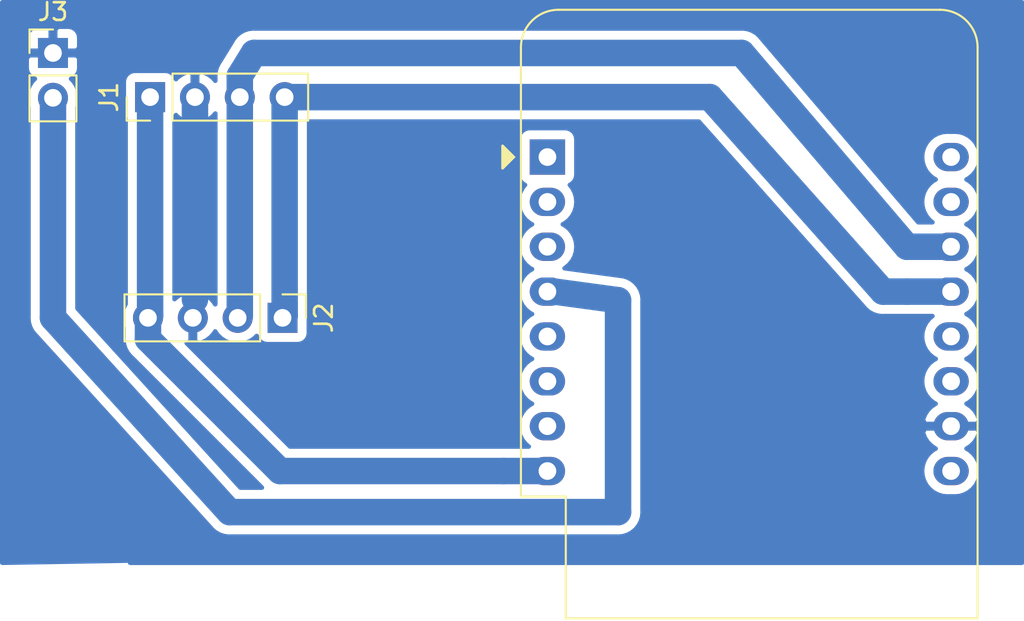
<source format=kicad_pcb>
(kicad_pcb (version 20171130) (host pcbnew "(5.1.5)-3")

  (general
    (thickness 1.6)
    (drawings 0)
    (tracks 33)
    (zones 0)
    (modules 4)
    (nets 6)
  )

  (page A4)
  (layers
    (0 F.Cu signal)
    (31 B.Cu signal)
    (32 B.Adhes user hide)
    (33 F.Adhes user hide)
    (34 B.Paste user hide)
    (35 F.Paste user hide)
    (36 B.SilkS user hide)
    (37 F.SilkS user hide)
    (38 B.Mask user hide)
    (39 F.Mask user hide)
    (40 Dwgs.User user hide)
    (41 Cmts.User user hide)
    (42 Eco1.User user hide)
    (43 Eco2.User user hide)
    (44 Edge.Cuts user hide)
    (45 Margin user hide)
    (46 B.CrtYd user hide)
    (47 F.CrtYd user hide)
    (48 B.Fab user hide)
    (49 F.Fab user hide)
  )

  (setup
    (last_trace_width 1.5)
    (trace_clearance 0.4)
    (zone_clearance 0.508)
    (zone_45_only no)
    (trace_min 0.2)
    (via_size 0.8)
    (via_drill 0.4)
    (via_min_size 0.4)
    (via_min_drill 0.3)
    (uvia_size 0.3)
    (uvia_drill 0.1)
    (uvias_allowed no)
    (uvia_min_size 0.2)
    (uvia_min_drill 0.1)
    (edge_width 0.05)
    (segment_width 0.2)
    (pcb_text_width 0.3)
    (pcb_text_size 1.5 1.5)
    (mod_edge_width 0.12)
    (mod_text_size 1 1)
    (mod_text_width 0.15)
    (pad_size 1.524 1.524)
    (pad_drill 0.762)
    (pad_to_mask_clearance 0.051)
    (solder_mask_min_width 0.25)
    (aux_axis_origin 0 0)
    (visible_elements 7FFFFFFF)
    (pcbplotparams
      (layerselection 0x00000_ffffffff)
      (usegerberextensions false)
      (usegerberattributes false)
      (usegerberadvancedattributes false)
      (creategerberjobfile false)
      (excludeedgelayer true)
      (linewidth 0.100000)
      (plotframeref false)
      (viasonmask false)
      (mode 1)
      (useauxorigin false)
      (hpglpennumber 1)
      (hpglpenspeed 20)
      (hpglpendiameter 15.000000)
      (psnegative false)
      (psa4output false)
      (plotreference true)
      (plotvalue true)
      (plotinvisibletext false)
      (padsonsilk false)
      (subtractmaskfromsilk false)
      (outputformat 1)
      (mirror false)
      (drillshape 0)
      (scaleselection 1)
      (outputdirectory "./"))
  )

  (net 0 "")
  (net 1 /VCC)
  (net 2 GND)
  (net 3 /SCL)
  (net 4 /SDA)
  (net 5 "Net-(J3-Pad2)")

  (net_class Default "This is the default net class."
    (clearance 0.4)
    (trace_width 1.5)
    (via_dia 0.8)
    (via_drill 0.4)
    (uvia_dia 0.3)
    (uvia_drill 0.1)
    (diff_pair_width 0.4)
    (diff_pair_gap 0.5)
    (add_net /SCL)
    (add_net /SDA)
    (add_net /VCC)
    (add_net GND)
    (add_net "Net-(J3-Pad2)")
  )

  (module Module:WEMOS_D1_mini_light (layer F.Cu) (tedit 5BBFB1CE) (tstamp 5EC76EB1)
    (at 165 40.894)
    (descr "16-pin module, column spacing 22.86 mm (900 mils), https://wiki.wemos.cc/products:d1:d1_mini, https://c1.staticflickr.com/1/734/31400410271_f278b087db_z.jpg")
    (tags "ESP8266 WiFi microcontroller")
    (path /5EC469FC)
    (fp_text reference U1 (at 22 27) (layer F.SilkS)
      (effects (font (size 1 1) (thickness 0.15)))
    )
    (fp_text value WeMos_D1_mini (at 11.7 0) (layer F.Fab)
      (effects (font (size 1 1) (thickness 0.15)))
    )
    (fp_line (start 1.04 26.12) (end 24.36 26.12) (layer F.SilkS) (width 0.12))
    (fp_line (start -1.5 19.22) (end -1.5 -6.21) (layer F.SilkS) (width 0.12))
    (fp_line (start 24.36 26.12) (end 24.36 -6.21) (layer F.SilkS) (width 0.12))
    (fp_line (start 22.24 -8.34) (end 0.63 -8.34) (layer F.SilkS) (width 0.12))
    (fp_line (start 1.17 25.99) (end 24.23 25.99) (layer F.Fab) (width 0.1))
    (fp_line (start 24.23 25.99) (end 24.23 -6.21) (layer F.Fab) (width 0.1))
    (fp_line (start 22.23 -8.21) (end 0.63 -8.21) (layer F.Fab) (width 0.1))
    (fp_line (start -1.37 1) (end -1.37 19.09) (layer F.Fab) (width 0.1))
    (fp_text user %R (at 11.43 10) (layer F.Fab)
      (effects (font (size 1 1) (thickness 0.15)))
    )
    (fp_line (start -1.62 -8.46) (end 24.48 -8.46) (layer F.CrtYd) (width 0.05))
    (fp_line (start 24.48 -8.41) (end 24.48 26.24) (layer F.CrtYd) (width 0.05))
    (fp_line (start 24.48 26.24) (end -1.62 26.24) (layer F.CrtYd) (width 0.05))
    (fp_line (start -1.62 26.24) (end -1.62 -8.46) (layer F.CrtYd) (width 0.05))
    (fp_poly (pts (xy -2.54 -0.635) (xy -2.54 0.635) (xy -1.905 0)) (layer F.SilkS) (width 0.15))
    (fp_line (start -1.35 -1.4) (end 24.25 -1.4) (layer Dwgs.User) (width 0.1))
    (fp_line (start 24.25 -1.4) (end 24.25 -8.2) (layer Dwgs.User) (width 0.1))
    (fp_line (start 24.25 -8.2) (end -1.35 -8.2) (layer Dwgs.User) (width 0.1))
    (fp_line (start -1.35 -8.2) (end -1.35 -1.4) (layer Dwgs.User) (width 0.1))
    (fp_line (start -1.35 -1.4) (end 5.45 -8.2) (layer Dwgs.User) (width 0.1))
    (fp_line (start 0.65 -1.4) (end 7.45 -8.2) (layer Dwgs.User) (width 0.1))
    (fp_line (start 2.65 -1.4) (end 9.45 -8.2) (layer Dwgs.User) (width 0.1))
    (fp_line (start 4.65 -1.4) (end 11.45 -8.2) (layer Dwgs.User) (width 0.1))
    (fp_line (start 6.65 -1.4) (end 13.45 -8.2) (layer Dwgs.User) (width 0.1))
    (fp_line (start 8.65 -1.4) (end 15.45 -8.2) (layer Dwgs.User) (width 0.1))
    (fp_line (start 10.65 -1.4) (end 17.45 -8.2) (layer Dwgs.User) (width 0.1))
    (fp_line (start 12.65 -1.4) (end 19.45 -8.2) (layer Dwgs.User) (width 0.1))
    (fp_line (start 14.65 -1.4) (end 21.45 -8.2) (layer Dwgs.User) (width 0.1))
    (fp_line (start 16.65 -1.4) (end 23.45 -8.2) (layer Dwgs.User) (width 0.1))
    (fp_line (start 18.65 -1.4) (end 24.25 -7) (layer Dwgs.User) (width 0.1))
    (fp_line (start 20.65 -1.4) (end 24.25 -5) (layer Dwgs.User) (width 0.1))
    (fp_line (start 22.65 -1.4) (end 24.25 -3) (layer Dwgs.User) (width 0.1))
    (fp_line (start -1.35 -3.4) (end 3.45 -8.2) (layer Dwgs.User) (width 0.1))
    (fp_line (start -1.3 -5.45) (end 1.45 -8.2) (layer Dwgs.User) (width 0.1))
    (fp_line (start -1.35 -7.4) (end -0.55 -8.2) (layer Dwgs.User) (width 0.1))
    (fp_line (start -1.37 19.09) (end 1.17 19.09) (layer F.Fab) (width 0.1))
    (fp_line (start 1.17 19.09) (end 1.17 25.99) (layer F.Fab) (width 0.1))
    (fp_line (start -1.37 -6.21) (end -1.37 -1) (layer F.Fab) (width 0.1))
    (fp_line (start -1.37 1) (end -0.37 0) (layer F.Fab) (width 0.1))
    (fp_line (start -0.37 0) (end -1.37 -1) (layer F.Fab) (width 0.1))
    (fp_arc (start 0.63 -6.21) (end 0.63 -8.21) (angle -90) (layer F.Fab) (width 0.1))
    (fp_arc (start 22.23 -6.21) (end 24.23 -6.19) (angle -90) (layer F.Fab) (width 0.1))
    (fp_line (start -1.5 19.22) (end 1.04 19.22) (layer F.SilkS) (width 0.12))
    (fp_line (start 1.04 19.22) (end 1.04 26.12) (layer F.SilkS) (width 0.12))
    (fp_arc (start 0.63 -6.21) (end 0.63 -8.34) (angle -90) (layer F.SilkS) (width 0.12))
    (fp_arc (start 22.23 -6.21) (end 24.36 -6.21) (angle -90) (layer F.SilkS) (width 0.12))
    (fp_text user "KEEP OUT" (at 11.43 -6.35) (layer Cmts.User)
      (effects (font (size 1 1) (thickness 0.15)))
    )
    (fp_text user "No copper" (at 11.43 -3.81) (layer Cmts.User)
      (effects (font (size 1 1) (thickness 0.15)))
    )
    (pad 2 thru_hole oval (at 0 2.54) (size 2 1.6) (drill 1) (layers *.Cu *.Mask))
    (pad 1 thru_hole rect (at 0 0) (size 2 2) (drill 1) (layers *.Cu *.Mask))
    (pad 3 thru_hole oval (at 0 5.08) (size 2 1.6) (drill 1) (layers *.Cu *.Mask))
    (pad 4 thru_hole oval (at 0 7.62) (size 2 1.6) (drill 1) (layers *.Cu *.Mask)
      (net 5 "Net-(J3-Pad2)"))
    (pad 5 thru_hole oval (at 0 10.16) (size 2 1.6) (drill 1) (layers *.Cu *.Mask))
    (pad 6 thru_hole oval (at 0 12.7) (size 2 1.6) (drill 1) (layers *.Cu *.Mask))
    (pad 7 thru_hole oval (at 0 15.24) (size 2 1.6) (drill 1) (layers *.Cu *.Mask))
    (pad 8 thru_hole oval (at 0 17.78) (size 2 1.6) (drill 1) (layers *.Cu *.Mask)
      (net 1 /VCC))
    (pad 9 thru_hole oval (at 22.86 17.78) (size 2 1.6) (drill 1) (layers *.Cu *.Mask))
    (pad 10 thru_hole oval (at 22.86 15.24) (size 2 1.6) (drill 1) (layers *.Cu *.Mask)
      (net 2 GND))
    (pad 11 thru_hole oval (at 22.86 12.7) (size 2 1.6) (drill 1) (layers *.Cu *.Mask))
    (pad 12 thru_hole oval (at 22.86 10.16) (size 2 1.6) (drill 1) (layers *.Cu *.Mask))
    (pad 13 thru_hole oval (at 22.86 7.62) (size 2 1.6) (drill 1) (layers *.Cu *.Mask)
      (net 4 /SDA))
    (pad 14 thru_hole oval (at 22.86 5.08) (size 2 1.6) (drill 1) (layers *.Cu *.Mask)
      (net 3 /SCL))
    (pad 15 thru_hole oval (at 22.86 2.54) (size 2 1.6) (drill 1) (layers *.Cu *.Mask))
    (pad 16 thru_hole oval (at 22.86 0) (size 2 1.6) (drill 1) (layers *.Cu *.Mask))
    (model ${KISYS3DMOD}/Module.3dshapes/WEMOS_D1_mini_light.wrl
      (at (xyz 0 0 0))
      (scale (xyz 1 1 1))
      (rotate (xyz 0 0 0))
    )
    (model ${KISYS3DMOD}/Connector_PinHeader_2.54mm.3dshapes/PinHeader_1x08_P2.54mm_Vertical.wrl
      (offset (xyz 0 0 9.5))
      (scale (xyz 1 1 1))
      (rotate (xyz 0 -180 0))
    )
    (model ${KISYS3DMOD}/Connector_PinHeader_2.54mm.3dshapes/PinHeader_1x08_P2.54mm_Vertical.wrl
      (offset (xyz 22.86 0 9.5))
      (scale (xyz 1 1 1))
      (rotate (xyz 0 -180 0))
    )
    (model ${KISYS3DMOD}/Connector_PinSocket_2.54mm.3dshapes/PinSocket_1x08_P2.54mm_Vertical.wrl
      (at (xyz 0 0 0))
      (scale (xyz 1 1 1))
      (rotate (xyz 0 0 0))
    )
    (model ${KISYS3DMOD}/Connector_PinSocket_2.54mm.3dshapes/PinSocket_1x08_P2.54mm_Vertical.wrl
      (offset (xyz 22.86 0 0))
      (scale (xyz 1 1 1))
      (rotate (xyz 0 0 0))
    )
  )

  (module Connector_PinHeader_2.54mm:PinHeader_1x04_P2.54mm_Vertical (layer F.Cu) (tedit 59FED5CC) (tstamp 5EC83A3C)
    (at 142.5 37.5 90)
    (descr "Through hole straight pin header, 1x04, 2.54mm pitch, single row")
    (tags "Through hole pin header THT 1x04 2.54mm single row")
    (path /5EC79029)
    (fp_text reference J1 (at 0 -2.33 90) (layer F.SilkS)
      (effects (font (size 1 1) (thickness 0.15)))
    )
    (fp_text value BME280 (at 0 9.95 90) (layer F.Fab)
      (effects (font (size 1 1) (thickness 0.15)))
    )
    (fp_line (start -0.635 -1.27) (end 1.27 -1.27) (layer F.Fab) (width 0.1))
    (fp_line (start 1.27 -1.27) (end 1.27 8.89) (layer F.Fab) (width 0.1))
    (fp_line (start 1.27 8.89) (end -1.27 8.89) (layer F.Fab) (width 0.1))
    (fp_line (start -1.27 8.89) (end -1.27 -0.635) (layer F.Fab) (width 0.1))
    (fp_line (start -1.27 -0.635) (end -0.635 -1.27) (layer F.Fab) (width 0.1))
    (fp_line (start -1.33 8.95) (end 1.33 8.95) (layer F.SilkS) (width 0.12))
    (fp_line (start -1.33 1.27) (end -1.33 8.95) (layer F.SilkS) (width 0.12))
    (fp_line (start 1.33 1.27) (end 1.33 8.95) (layer F.SilkS) (width 0.12))
    (fp_line (start -1.33 1.27) (end 1.33 1.27) (layer F.SilkS) (width 0.12))
    (fp_line (start -1.33 0) (end -1.33 -1.33) (layer F.SilkS) (width 0.12))
    (fp_line (start -1.33 -1.33) (end 0 -1.33) (layer F.SilkS) (width 0.12))
    (fp_line (start -1.8 -1.8) (end -1.8 9.4) (layer F.CrtYd) (width 0.05))
    (fp_line (start -1.8 9.4) (end 1.8 9.4) (layer F.CrtYd) (width 0.05))
    (fp_line (start 1.8 9.4) (end 1.8 -1.8) (layer F.CrtYd) (width 0.05))
    (fp_line (start 1.8 -1.8) (end -1.8 -1.8) (layer F.CrtYd) (width 0.05))
    (fp_text user %R (at 0 3.81) (layer F.Fab)
      (effects (font (size 1 1) (thickness 0.15)))
    )
    (pad 1 thru_hole rect (at 0 0 90) (size 1.7 1.7) (drill 1) (layers *.Cu *.Mask)
      (net 1 /VCC))
    (pad 2 thru_hole oval (at 0 2.54 90) (size 1.7 1.7) (drill 1) (layers *.Cu *.Mask)
      (net 2 GND))
    (pad 3 thru_hole oval (at 0 5.08 90) (size 1.7 1.7) (drill 1) (layers *.Cu *.Mask)
      (net 3 /SCL))
    (pad 4 thru_hole oval (at 0 7.62 90) (size 1.7 1.7) (drill 1) (layers *.Cu *.Mask)
      (net 4 /SDA))
    (model ${KISYS3DMOD}/Connector_PinHeader_2.54mm.3dshapes/PinHeader_1x04_P2.54mm_Vertical.wrl
      (at (xyz 0 0 0))
      (scale (xyz 1 1 1))
      (rotate (xyz 0 0 0))
    )
  )

  (module Connector_PinHeader_2.54mm:PinHeader_1x04_P2.54mm_Vertical (layer F.Cu) (tedit 59FED5CC) (tstamp 5EC83A53)
    (at 150 50 270)
    (descr "Through hole straight pin header, 1x04, 2.54mm pitch, single row")
    (tags "Through hole pin header THT 1x04 2.54mm single row")
    (path /5EC795CB)
    (fp_text reference J2 (at 0 -2.33 90) (layer F.SilkS)
      (effects (font (size 1 1) (thickness 0.15)))
    )
    (fp_text value OLED (at 0 9.95 90) (layer F.Fab)
      (effects (font (size 1 1) (thickness 0.15)))
    )
    (fp_text user %R (at 0 3.81) (layer F.Fab)
      (effects (font (size 1 1) (thickness 0.15)))
    )
    (fp_line (start 1.8 -1.8) (end -1.8 -1.8) (layer F.CrtYd) (width 0.05))
    (fp_line (start 1.8 9.4) (end 1.8 -1.8) (layer F.CrtYd) (width 0.05))
    (fp_line (start -1.8 9.4) (end 1.8 9.4) (layer F.CrtYd) (width 0.05))
    (fp_line (start -1.8 -1.8) (end -1.8 9.4) (layer F.CrtYd) (width 0.05))
    (fp_line (start -1.33 -1.33) (end 0 -1.33) (layer F.SilkS) (width 0.12))
    (fp_line (start -1.33 0) (end -1.33 -1.33) (layer F.SilkS) (width 0.12))
    (fp_line (start -1.33 1.27) (end 1.33 1.27) (layer F.SilkS) (width 0.12))
    (fp_line (start 1.33 1.27) (end 1.33 8.95) (layer F.SilkS) (width 0.12))
    (fp_line (start -1.33 1.27) (end -1.33 8.95) (layer F.SilkS) (width 0.12))
    (fp_line (start -1.33 8.95) (end 1.33 8.95) (layer F.SilkS) (width 0.12))
    (fp_line (start -1.27 -0.635) (end -0.635 -1.27) (layer F.Fab) (width 0.1))
    (fp_line (start -1.27 8.89) (end -1.27 -0.635) (layer F.Fab) (width 0.1))
    (fp_line (start 1.27 8.89) (end -1.27 8.89) (layer F.Fab) (width 0.1))
    (fp_line (start 1.27 -1.27) (end 1.27 8.89) (layer F.Fab) (width 0.1))
    (fp_line (start -0.635 -1.27) (end 1.27 -1.27) (layer F.Fab) (width 0.1))
    (pad 4 thru_hole oval (at 0 7.62 270) (size 1.7 1.7) (drill 1) (layers *.Cu *.Mask)
      (net 1 /VCC))
    (pad 3 thru_hole oval (at 0 5.08 270) (size 1.7 1.7) (drill 1) (layers *.Cu *.Mask)
      (net 2 GND))
    (pad 2 thru_hole oval (at 0 2.54 270) (size 1.7 1.7) (drill 1) (layers *.Cu *.Mask)
      (net 3 /SCL))
    (pad 1 thru_hole rect (at 0 0 270) (size 1.7 1.7) (drill 1) (layers *.Cu *.Mask)
      (net 4 /SDA))
    (model ${KISYS3DMOD}/Connector_PinHeader_2.54mm.3dshapes/PinHeader_1x04_P2.54mm_Vertical.wrl
      (at (xyz 0 0 0))
      (scale (xyz 1 1 1))
      (rotate (xyz 0 0 0))
    )
  )

  (module Connector_PinHeader_2.54mm:PinHeader_1x02_P2.54mm_Vertical (layer F.Cu) (tedit 59FED5CC) (tstamp 5EC83A7F)
    (at 137 35)
    (descr "Through hole straight pin header, 1x02, 2.54mm pitch, single row")
    (tags "Through hole pin header THT 1x02 2.54mm single row")
    (path /5EC80291)
    (fp_text reference J3 (at 0 -2.33) (layer F.SilkS)
      (effects (font (size 1 1) (thickness 0.15)))
    )
    (fp_text value Relay_Connector (at 0 4.87) (layer F.Fab)
      (effects (font (size 1 1) (thickness 0.15)))
    )
    (fp_line (start -0.635 -1.27) (end 1.27 -1.27) (layer F.Fab) (width 0.1))
    (fp_line (start 1.27 -1.27) (end 1.27 3.81) (layer F.Fab) (width 0.1))
    (fp_line (start 1.27 3.81) (end -1.27 3.81) (layer F.Fab) (width 0.1))
    (fp_line (start -1.27 3.81) (end -1.27 -0.635) (layer F.Fab) (width 0.1))
    (fp_line (start -1.27 -0.635) (end -0.635 -1.27) (layer F.Fab) (width 0.1))
    (fp_line (start -1.33 3.87) (end 1.33 3.87) (layer F.SilkS) (width 0.12))
    (fp_line (start -1.33 1.27) (end -1.33 3.87) (layer F.SilkS) (width 0.12))
    (fp_line (start 1.33 1.27) (end 1.33 3.87) (layer F.SilkS) (width 0.12))
    (fp_line (start -1.33 1.27) (end 1.33 1.27) (layer F.SilkS) (width 0.12))
    (fp_line (start -1.33 0) (end -1.33 -1.33) (layer F.SilkS) (width 0.12))
    (fp_line (start -1.33 -1.33) (end 0 -1.33) (layer F.SilkS) (width 0.12))
    (fp_line (start -1.8 -1.8) (end -1.8 4.35) (layer F.CrtYd) (width 0.05))
    (fp_line (start -1.8 4.35) (end 1.8 4.35) (layer F.CrtYd) (width 0.05))
    (fp_line (start 1.8 4.35) (end 1.8 -1.8) (layer F.CrtYd) (width 0.05))
    (fp_line (start 1.8 -1.8) (end -1.8 -1.8) (layer F.CrtYd) (width 0.05))
    (fp_text user %R (at 0 1.27 90) (layer F.Fab)
      (effects (font (size 1 1) (thickness 0.15)))
    )
    (pad 1 thru_hole rect (at 0 0) (size 1.7 1.7) (drill 1) (layers *.Cu *.Mask)
      (net 2 GND))
    (pad 2 thru_hole oval (at 0 2.54) (size 1.7 1.7) (drill 1) (layers *.Cu *.Mask)
      (net 5 "Net-(J3-Pad2)"))
    (model ${KISYS3DMOD}/Connector_PinHeader_2.54mm.3dshapes/PinHeader_1x02_P2.54mm_Vertical.wrl
      (at (xyz 0 0 0))
      (scale (xyz 1 1 1))
      (rotate (xyz 0 0 0))
    )
  )

  (segment (start 142.5 49.88) (end 142.38 50) (width 1) (layer F.Cu) (net 1) (status 30))
  (segment (start 142.5 49.88) (end 142.38 50) (width 1.5) (layer B.Cu) (net 1))
  (segment (start 142.5 37.5) (end 142.5 49.88) (width 1.5) (layer B.Cu) (net 1))
  (segment (start 162.5 58.674) (end 165 58.674) (width 1.5) (layer B.Cu) (net 1))
  (segment (start 149.851919 58.674) (end 162.5 58.674) (width 1.5) (layer B.Cu) (net 1))
  (segment (start 142.38 51.202081) (end 149.851919 58.674) (width 1.5) (layer B.Cu) (net 1))
  (segment (start 142.38 50) (end 142.38 51.202081) (width 1.5) (layer B.Cu) (net 1))
  (segment (start 144.92 37.62) (end 145.04 37.5) (width 1) (layer F.Cu) (net 2) (status 30))
  (segment (start 145.04 37.5) (end 145.04 48.96) (width 1.5) (layer B.Cu) (net 2))
  (segment (start 147.58 49.88) (end 147.46 50) (width 0.8) (layer F.Cu) (net 3) (status 30))
  (segment (start 147.46 37.62) (end 147.58 37.5) (width 1) (layer F.Cu) (net 3) (status 30))
  (segment (start 147.58 49.88) (end 147.46 50) (width 1.5) (layer B.Cu) (net 3))
  (segment (start 147.58 37.5) (end 147.58 49.88) (width 1.5) (layer B.Cu) (net 3))
  (segment (start 148.37792 35) (end 147.58 36.297919) (width 1.5) (layer B.Cu) (net 3))
  (segment (start 147.58 36.297919) (end 147.58 37.5) (width 1.5) (layer B.Cu) (net 3))
  (segment (start 176 35) (end 148.37792 35) (width 1.5) (layer B.Cu) (net 3))
  (segment (start 187.86 45.974) (end 185.36 45.974) (width 1.5) (layer B.Cu) (net 3))
  (segment (start 185.36 45.974) (end 176 35) (width 1.5) (layer B.Cu) (net 3))
  (segment (start 150.12 49.88) (end 150 50) (width 0.8) (layer F.Cu) (net 4) (status 30))
  (segment (start 150 37.62) (end 150.12 37.5) (width 1) (layer F.Cu) (net 4) (status 30))
  (segment (start 150.12 49.88) (end 150 50) (width 1.5) (layer B.Cu) (net 4))
  (segment (start 150.12 37.5) (end 150.12 49.88) (width 1.5) (layer B.Cu) (net 4))
  (segment (start 174.198982 37.5) (end 184 48.514) (width 1.5) (layer B.Cu) (net 4))
  (segment (start 150.12 37.5) (end 174.198982 37.5) (width 1.5) (layer B.Cu) (net 4))
  (segment (start 184 48.514) (end 185.36 48.514) (width 1.5) (layer B.Cu) (net 4))
  (segment (start 185.36 48.514) (end 187.86 48.514) (width 1.5) (layer B.Cu) (net 4))
  (segment (start 165.2 48.514) (end 165 48.514) (width 1) (layer F.Cu) (net 5) (status 30))
  (segment (start 165.41773 48.514) (end 165 48.514) (width 1.5) (layer B.Cu) (net 5))
  (segment (start 169 61) (end 169 49) (width 1.5) (layer B.Cu) (net 5))
  (segment (start 169 49) (end 165.41773 48.514) (width 1.5) (layer B.Cu) (net 5))
  (segment (start 137 50) (end 147 61) (width 1.5) (layer B.Cu) (net 5))
  (segment (start 137 37.54) (end 137 50) (width 1.5) (layer B.Cu) (net 5))
  (segment (start 147 61) (end 169 61) (width 1.5) (layer B.Cu) (net 5))

  (zone (net 2) (net_name GND) (layer B.Cu) (tstamp 0) (hatch edge 0.508)
    (connect_pads (clearance 0.508))
    (min_thickness 0.254)
    (fill yes (arc_segments 32) (thermal_gap 0.508) (thermal_bridge_width 0.508))
    (polygon
      (pts
        (xy 192 63) (xy 134 64) (xy 134 32) (xy 192 32)
      )
    )
    (filled_polygon
      (pts
        (xy 191.873 62.875171) (xy 134.127 63.870792) (xy 134.127 35.85) (xy 135.511928 35.85) (xy 135.524188 35.974482)
        (xy 135.560498 36.09418) (xy 135.619463 36.204494) (xy 135.698815 36.301185) (xy 135.795506 36.380537) (xy 135.90582 36.439502)
        (xy 135.97838 36.461513) (xy 135.846525 36.593368) (xy 135.68401 36.836589) (xy 135.572068 37.106842) (xy 135.515 37.39374)
        (xy 135.515 37.68626) (xy 135.572068 37.973158) (xy 135.615 38.076806) (xy 135.615001 49.898885) (xy 135.609875 49.933804)
        (xy 135.615001 50.035042) (xy 135.615001 50.068037) (xy 135.618439 50.102944) (xy 135.623671 50.206275) (xy 135.631787 50.238472)
        (xy 135.635041 50.271507) (xy 135.665068 50.370491) (xy 135.690359 50.47082) (xy 135.704601 50.500815) (xy 135.714237 50.532581)
        (xy 135.763003 50.623817) (xy 135.807377 50.717272) (xy 135.827193 50.743907) (xy 135.842844 50.773188) (xy 135.908474 50.853158)
        (xy 135.929417 50.881308) (xy 135.951618 50.90573) (xy 136.01592 50.984081) (xy 136.0432 51.006469) (xy 145.951623 61.905737)
        (xy 146.015919 61.984081) (xy 146.095881 62.049704) (xy 146.172646 62.11907) (xy 146.201149 62.136096) (xy 146.226812 62.157157)
        (xy 146.318053 62.205926) (xy 146.406864 62.258976) (xy 146.438138 62.270113) (xy 146.467419 62.285764) (xy 146.566414 62.315794)
        (xy 146.663875 62.350501) (xy 146.696725 62.355323) (xy 146.728493 62.36496) (xy 146.831455 62.375101) (xy 146.933803 62.390125)
        (xy 147.035022 62.385) (xy 168.931963 62.385) (xy 169 62.391701) (xy 169.068036 62.385) (xy 169.068037 62.385)
        (xy 169.271507 62.36496) (xy 169.532581 62.285764) (xy 169.773188 62.157157) (xy 169.984081 61.984081) (xy 170.157157 61.773188)
        (xy 170.285764 61.532581) (xy 170.36496 61.271507) (xy 170.391701 61) (xy 170.385 60.931963) (xy 170.385 58.674)
        (xy 186.218057 58.674) (xy 186.245764 58.955309) (xy 186.327818 59.225808) (xy 186.461068 59.475101) (xy 186.640392 59.693608)
        (xy 186.858899 59.872932) (xy 187.108192 60.006182) (xy 187.378691 60.088236) (xy 187.589508 60.109) (xy 188.130492 60.109)
        (xy 188.341309 60.088236) (xy 188.611808 60.006182) (xy 188.861101 59.872932) (xy 189.079608 59.693608) (xy 189.258932 59.475101)
        (xy 189.392182 59.225808) (xy 189.474236 58.955309) (xy 189.501943 58.674) (xy 189.474236 58.392691) (xy 189.392182 58.122192)
        (xy 189.258932 57.872899) (xy 189.079608 57.654392) (xy 188.861101 57.475068) (xy 188.731655 57.405878) (xy 188.749227 57.39843)
        (xy 188.982662 57.239673) (xy 189.180639 57.038425) (xy 189.335551 56.802421) (xy 189.441444 56.54073) (xy 189.451904 56.483039)
        (xy 189.329915 56.261) (xy 187.987 56.261) (xy 187.987 56.281) (xy 187.733 56.281) (xy 187.733 56.261)
        (xy 186.390085 56.261) (xy 186.268096 56.483039) (xy 186.278556 56.54073) (xy 186.384449 56.802421) (xy 186.539361 57.038425)
        (xy 186.737338 57.239673) (xy 186.970773 57.39843) (xy 186.988345 57.405878) (xy 186.858899 57.475068) (xy 186.640392 57.654392)
        (xy 186.461068 57.872899) (xy 186.327818 58.122192) (xy 186.245764 58.392691) (xy 186.218057 58.674) (xy 170.385 58.674)
        (xy 170.385 49.025372) (xy 170.389069 48.914458) (xy 170.374155 48.821856) (xy 170.36496 48.728493) (xy 170.352509 48.687447)
        (xy 170.34569 48.645107) (xy 170.312996 48.557191) (xy 170.285764 48.467419) (xy 170.265545 48.429591) (xy 170.250597 48.389396)
        (xy 170.201381 48.30955) (xy 170.157157 48.226812) (xy 170.129946 48.193655) (xy 170.107444 48.157149) (xy 170.043595 48.088437)
        (xy 169.984081 48.015919) (xy 169.950925 47.988709) (xy 169.921733 47.957293) (xy 169.845709 47.90236) (xy 169.773188 47.842843)
        (xy 169.735358 47.822623) (xy 169.7006 47.797507) (xy 169.615321 47.758462) (xy 169.532581 47.714236) (xy 169.491533 47.701784)
        (xy 169.452542 47.683932) (xy 169.361284 47.662273) (xy 169.271507 47.63504) (xy 169.161022 47.624158) (xy 165.967489 47.190898)
        (xy 166.001101 47.172932) (xy 166.219608 46.993608) (xy 166.398932 46.775101) (xy 166.532182 46.525808) (xy 166.614236 46.255309)
        (xy 166.641943 45.974) (xy 166.614236 45.692691) (xy 166.532182 45.422192) (xy 166.398932 45.172899) (xy 166.219608 44.954392)
        (xy 166.001101 44.775068) (xy 165.868142 44.704) (xy 166.001101 44.632932) (xy 166.219608 44.453608) (xy 166.398932 44.235101)
        (xy 166.532182 43.985808) (xy 166.614236 43.715309) (xy 166.641943 43.434) (xy 166.614236 43.152691) (xy 166.532182 42.882192)
        (xy 166.398932 42.632899) (xy 166.266524 42.471559) (xy 166.354494 42.424537) (xy 166.451185 42.345185) (xy 166.530537 42.248494)
        (xy 166.589502 42.13818) (xy 166.625812 42.018482) (xy 166.638072 41.894) (xy 166.638072 39.894) (xy 166.625812 39.769518)
        (xy 166.589502 39.64982) (xy 166.530537 39.539506) (xy 166.451185 39.442815) (xy 166.354494 39.363463) (xy 166.24418 39.304498)
        (xy 166.124482 39.268188) (xy 166 39.255928) (xy 164 39.255928) (xy 163.875518 39.268188) (xy 163.75582 39.304498)
        (xy 163.645506 39.363463) (xy 163.548815 39.442815) (xy 163.469463 39.539506) (xy 163.410498 39.64982) (xy 163.374188 39.769518)
        (xy 163.361928 39.894) (xy 163.361928 41.894) (xy 163.374188 42.018482) (xy 163.410498 42.13818) (xy 163.469463 42.248494)
        (xy 163.548815 42.345185) (xy 163.645506 42.424537) (xy 163.733476 42.471559) (xy 163.601068 42.632899) (xy 163.467818 42.882192)
        (xy 163.385764 43.152691) (xy 163.358057 43.434) (xy 163.385764 43.715309) (xy 163.467818 43.985808) (xy 163.601068 44.235101)
        (xy 163.780392 44.453608) (xy 163.998899 44.632932) (xy 164.131858 44.704) (xy 163.998899 44.775068) (xy 163.780392 44.954392)
        (xy 163.601068 45.172899) (xy 163.467818 45.422192) (xy 163.385764 45.692691) (xy 163.358057 45.974) (xy 163.385764 46.255309)
        (xy 163.467818 46.525808) (xy 163.601068 46.775101) (xy 163.780392 46.993608) (xy 163.998899 47.172932) (xy 164.131858 47.244)
        (xy 163.998899 47.315068) (xy 163.780392 47.494392) (xy 163.601068 47.712899) (xy 163.467818 47.962192) (xy 163.385764 48.232691)
        (xy 163.358057 48.514) (xy 163.385764 48.795309) (xy 163.467818 49.065808) (xy 163.601068 49.315101) (xy 163.780392 49.533608)
        (xy 163.998899 49.712932) (xy 164.131858 49.784) (xy 163.998899 49.855068) (xy 163.780392 50.034392) (xy 163.601068 50.252899)
        (xy 163.467818 50.502192) (xy 163.385764 50.772691) (xy 163.358057 51.054) (xy 163.385764 51.335309) (xy 163.467818 51.605808)
        (xy 163.601068 51.855101) (xy 163.780392 52.073608) (xy 163.998899 52.252932) (xy 164.131858 52.324) (xy 163.998899 52.395068)
        (xy 163.780392 52.574392) (xy 163.601068 52.792899) (xy 163.467818 53.042192) (xy 163.385764 53.312691) (xy 163.358057 53.594)
        (xy 163.385764 53.875309) (xy 163.467818 54.145808) (xy 163.601068 54.395101) (xy 163.780392 54.613608) (xy 163.998899 54.792932)
        (xy 164.131858 54.864) (xy 163.998899 54.935068) (xy 163.780392 55.114392) (xy 163.601068 55.332899) (xy 163.467818 55.582192)
        (xy 163.385764 55.852691) (xy 163.358057 56.134) (xy 163.385764 56.415309) (xy 163.467818 56.685808) (xy 163.601068 56.935101)
        (xy 163.780392 57.153608) (xy 163.945368 57.289) (xy 150.425605 57.289) (xy 144.572909 51.436305) (xy 144.793 51.320155)
        (xy 144.793 50.127) (xy 144.773 50.127) (xy 144.773 49.873) (xy 144.793 49.873) (xy 144.793 48.679845)
        (xy 145.047 48.679845) (xy 145.047 49.873) (xy 145.067 49.873) (xy 145.067 50.127) (xy 145.047 50.127)
        (xy 145.047 51.320155) (xy 145.27689 51.441476) (xy 145.424099 51.396825) (xy 145.68692 51.271641) (xy 145.920269 51.097588)
        (xy 146.115178 50.881355) (xy 146.184805 50.764466) (xy 146.306525 50.946632) (xy 146.513368 51.153475) (xy 146.756589 51.31599)
        (xy 147.026842 51.427932) (xy 147.31374 51.485) (xy 147.60626 51.485) (xy 147.893158 51.427932) (xy 148.163411 51.31599)
        (xy 148.406632 51.153475) (xy 148.538487 51.02162) (xy 148.560498 51.09418) (xy 148.619463 51.204494) (xy 148.698815 51.301185)
        (xy 148.795506 51.380537) (xy 148.90582 51.439502) (xy 149.025518 51.475812) (xy 149.15 51.488072) (xy 150.85 51.488072)
        (xy 150.974482 51.475812) (xy 151.09418 51.439502) (xy 151.204494 51.380537) (xy 151.301185 51.301185) (xy 151.380537 51.204494)
        (xy 151.439502 51.09418) (xy 151.475812 50.974482) (xy 151.488072 50.85) (xy 151.488072 50.11991) (xy 151.505 49.948037)
        (xy 151.505 49.948029) (xy 151.5117 49.88) (xy 151.505 49.811971) (xy 151.505 38.885) (xy 173.577482 38.885)
        (xy 182.94695 49.414043) (xy 183.015919 49.498081) (xy 183.090192 49.559035) (xy 183.160802 49.624216) (xy 183.195432 49.645404)
        (xy 183.226812 49.671157) (xy 183.311561 49.716456) (xy 183.39352 49.766602) (xy 183.431612 49.780625) (xy 183.467419 49.799764)
        (xy 183.559386 49.827662) (xy 183.649545 49.860852) (xy 183.689638 49.867174) (xy 183.728493 49.87896) (xy 183.824136 49.88838)
        (xy 183.919036 49.903343) (xy 184.027652 49.899) (xy 186.805368 49.899) (xy 186.640392 50.034392) (xy 186.461068 50.252899)
        (xy 186.327818 50.502192) (xy 186.245764 50.772691) (xy 186.218057 51.054) (xy 186.245764 51.335309) (xy 186.327818 51.605808)
        (xy 186.461068 51.855101) (xy 186.640392 52.073608) (xy 186.858899 52.252932) (xy 186.991858 52.324) (xy 186.858899 52.395068)
        (xy 186.640392 52.574392) (xy 186.461068 52.792899) (xy 186.327818 53.042192) (xy 186.245764 53.312691) (xy 186.218057 53.594)
        (xy 186.245764 53.875309) (xy 186.327818 54.145808) (xy 186.461068 54.395101) (xy 186.640392 54.613608) (xy 186.858899 54.792932)
        (xy 186.988345 54.862122) (xy 186.970773 54.86957) (xy 186.737338 55.028327) (xy 186.539361 55.229575) (xy 186.384449 55.465579)
        (xy 186.278556 55.72727) (xy 186.268096 55.784961) (xy 186.390085 56.007) (xy 187.733 56.007) (xy 187.733 55.987)
        (xy 187.987 55.987) (xy 187.987 56.007) (xy 189.329915 56.007) (xy 189.451904 55.784961) (xy 189.441444 55.72727)
        (xy 189.335551 55.465579) (xy 189.180639 55.229575) (xy 188.982662 55.028327) (xy 188.749227 54.86957) (xy 188.731655 54.862122)
        (xy 188.861101 54.792932) (xy 189.079608 54.613608) (xy 189.258932 54.395101) (xy 189.392182 54.145808) (xy 189.474236 53.875309)
        (xy 189.501943 53.594) (xy 189.474236 53.312691) (xy 189.392182 53.042192) (xy 189.258932 52.792899) (xy 189.079608 52.574392)
        (xy 188.861101 52.395068) (xy 188.728142 52.324) (xy 188.861101 52.252932) (xy 189.079608 52.073608) (xy 189.258932 51.855101)
        (xy 189.392182 51.605808) (xy 189.474236 51.335309) (xy 189.501943 51.054) (xy 189.474236 50.772691) (xy 189.392182 50.502192)
        (xy 189.258932 50.252899) (xy 189.079608 50.034392) (xy 188.861101 49.855068) (xy 188.728142 49.784) (xy 188.861101 49.712932)
        (xy 189.079608 49.533608) (xy 189.258932 49.315101) (xy 189.392182 49.065808) (xy 189.474236 48.795309) (xy 189.501943 48.514)
        (xy 189.474236 48.232691) (xy 189.392182 47.962192) (xy 189.258932 47.712899) (xy 189.079608 47.494392) (xy 188.861101 47.315068)
        (xy 188.728142 47.244) (xy 188.861101 47.172932) (xy 189.079608 46.993608) (xy 189.258932 46.775101) (xy 189.392182 46.525808)
        (xy 189.474236 46.255309) (xy 189.501943 45.974) (xy 189.474236 45.692691) (xy 189.392182 45.422192) (xy 189.258932 45.172899)
        (xy 189.079608 44.954392) (xy 188.861101 44.775068) (xy 188.728142 44.704) (xy 188.861101 44.632932) (xy 189.079608 44.453608)
        (xy 189.258932 44.235101) (xy 189.392182 43.985808) (xy 189.474236 43.715309) (xy 189.501943 43.434) (xy 189.474236 43.152691)
        (xy 189.392182 42.882192) (xy 189.258932 42.632899) (xy 189.079608 42.414392) (xy 188.861101 42.235068) (xy 188.728142 42.164)
        (xy 188.861101 42.092932) (xy 189.079608 41.913608) (xy 189.258932 41.695101) (xy 189.392182 41.445808) (xy 189.474236 41.175309)
        (xy 189.501943 40.894) (xy 189.474236 40.612691) (xy 189.392182 40.342192) (xy 189.258932 40.092899) (xy 189.079608 39.874392)
        (xy 188.861101 39.695068) (xy 188.611808 39.561818) (xy 188.341309 39.479764) (xy 188.130492 39.459) (xy 187.589508 39.459)
        (xy 187.378691 39.479764) (xy 187.108192 39.561818) (xy 186.858899 39.695068) (xy 186.640392 39.874392) (xy 186.461068 40.092899)
        (xy 186.327818 40.342192) (xy 186.245764 40.612691) (xy 186.218057 40.894) (xy 186.245764 41.175309) (xy 186.327818 41.445808)
        (xy 186.461068 41.695101) (xy 186.640392 41.913608) (xy 186.858899 42.092932) (xy 186.991858 42.164) (xy 186.858899 42.235068)
        (xy 186.640392 42.414392) (xy 186.461068 42.632899) (xy 186.327818 42.882192) (xy 186.245764 43.152691) (xy 186.218057 43.434)
        (xy 186.245764 43.715309) (xy 186.327818 43.985808) (xy 186.461068 44.235101) (xy 186.640392 44.453608) (xy 186.805368 44.589)
        (xy 185.999055 44.589) (xy 177.062293 34.11122) (xy 176.984081 34.015919) (xy 176.921051 33.964192) (xy 176.862324 33.907651)
        (xy 176.815862 33.877865) (xy 176.773188 33.842843) (xy 176.701277 33.804406) (xy 176.632647 33.760408) (xy 176.581263 33.740257)
        (xy 176.532581 33.714236) (xy 176.454559 33.690568) (xy 176.378659 33.660803) (xy 176.32433 33.651064) (xy 176.271507 33.63504)
        (xy 176.190363 33.627048) (xy 176.110119 33.612663) (xy 175.986913 33.615) (xy 148.419691 33.615) (xy 148.325269 33.609296)
        (xy 148.216108 33.624236) (xy 148.106413 33.63504) (xy 148.081131 33.642709) (xy 148.054968 33.64629) (xy 147.950814 33.682241)
        (xy 147.845339 33.714236) (xy 147.822043 33.726688) (xy 147.797078 33.735305) (xy 147.701935 33.790887) (xy 147.604732 33.842843)
        (xy 147.584311 33.859602) (xy 147.561509 33.872923) (xy 147.479043 33.945994) (xy 147.393839 34.015919) (xy 147.37708 34.03634)
        (xy 147.357314 34.053854) (xy 147.290685 34.141612) (xy 147.220763 34.226812) (xy 147.176161 34.310257) (xy 146.449533 35.492211)
        (xy 146.422843 35.524732) (xy 146.378245 35.608169) (xy 146.364497 35.630532) (xy 146.346186 35.668148) (xy 146.294236 35.765339)
        (xy 146.286568 35.790617) (xy 146.275009 35.814362) (xy 146.247034 35.920942) (xy 146.21504 36.026413) (xy 146.212451 36.0527)
        (xy 146.205746 36.078245) (xy 146.199102 36.188235) (xy 146.195 36.229883) (xy 146.195 36.256141) (xy 146.189296 36.350569)
        (xy 146.195 36.392246) (xy 146.195 36.574071) (xy 146.040269 36.402412) (xy 145.80692 36.228359) (xy 145.544099 36.103175)
        (xy 145.39689 36.058524) (xy 145.167 36.179845) (xy 145.167 37.373) (xy 145.187 37.373) (xy 145.187 37.627)
        (xy 145.167 37.627) (xy 145.167 38.820155) (xy 145.39689 38.941476) (xy 145.544099 38.896825) (xy 145.80692 38.771641)
        (xy 146.040269 38.597588) (xy 146.195 38.425929) (xy 146.195001 49.220276) (xy 146.184805 49.235534) (xy 146.115178 49.118645)
        (xy 145.920269 48.902412) (xy 145.68692 48.728359) (xy 145.424099 48.603175) (xy 145.27689 48.558524) (xy 145.047 48.679845)
        (xy 144.793 48.679845) (xy 144.56311 48.558524) (xy 144.415901 48.603175) (xy 144.15308 48.728359) (xy 143.919731 48.902412)
        (xy 143.885 48.940943) (xy 143.885 38.696144) (xy 143.939502 38.59418) (xy 143.963966 38.513534) (xy 144.039731 38.597588)
        (xy 144.27308 38.771641) (xy 144.535901 38.896825) (xy 144.68311 38.941476) (xy 144.913 38.820155) (xy 144.913 37.627)
        (xy 144.893 37.627) (xy 144.893 37.373) (xy 144.913 37.373) (xy 144.913 36.179845) (xy 144.68311 36.058524)
        (xy 144.535901 36.103175) (xy 144.27308 36.228359) (xy 144.039731 36.402412) (xy 143.963966 36.486466) (xy 143.939502 36.40582)
        (xy 143.880537 36.295506) (xy 143.801185 36.198815) (xy 143.704494 36.119463) (xy 143.59418 36.060498) (xy 143.474482 36.024188)
        (xy 143.35 36.011928) (xy 141.65 36.011928) (xy 141.525518 36.024188) (xy 141.40582 36.060498) (xy 141.295506 36.119463)
        (xy 141.198815 36.198815) (xy 141.119463 36.295506) (xy 141.060498 36.40582) (xy 141.024188 36.525518) (xy 141.011928 36.65)
        (xy 141.011928 38.35) (xy 141.024188 38.474482) (xy 141.060498 38.59418) (xy 141.115 38.696145) (xy 141.115001 49.220276)
        (xy 141.06401 49.296589) (xy 140.952068 49.566842) (xy 140.895 49.85374) (xy 140.895 50.14626) (xy 140.952068 50.433158)
        (xy 140.995 50.536805) (xy 140.995 51.134052) (xy 140.9883 51.202081) (xy 140.995 51.27011) (xy 140.995 51.270118)
        (xy 141.01504 51.473588) (xy 141.094236 51.734662) (xy 141.222844 51.975269) (xy 141.352548 52.133314) (xy 141.352551 52.133317)
        (xy 141.39592 52.186162) (xy 141.448764 52.22953) (xy 148.824469 59.605236) (xy 148.832482 59.615) (xy 147.612682 59.615)
        (xy 138.385 49.46455) (xy 138.385 38.076805) (xy 138.427932 37.973158) (xy 138.485 37.68626) (xy 138.485 37.39374)
        (xy 138.427932 37.106842) (xy 138.31599 36.836589) (xy 138.153475 36.593368) (xy 138.02162 36.461513) (xy 138.09418 36.439502)
        (xy 138.204494 36.380537) (xy 138.301185 36.301185) (xy 138.380537 36.204494) (xy 138.439502 36.09418) (xy 138.475812 35.974482)
        (xy 138.488072 35.85) (xy 138.485 35.28575) (xy 138.32625 35.127) (xy 137.127 35.127) (xy 137.127 35.147)
        (xy 136.873 35.147) (xy 136.873 35.127) (xy 135.67375 35.127) (xy 135.515 35.28575) (xy 135.511928 35.85)
        (xy 134.127 35.85) (xy 134.127 34.15) (xy 135.511928 34.15) (xy 135.515 34.71425) (xy 135.67375 34.873)
        (xy 136.873 34.873) (xy 136.873 33.67375) (xy 137.127 33.67375) (xy 137.127 34.873) (xy 138.32625 34.873)
        (xy 138.485 34.71425) (xy 138.488072 34.15) (xy 138.475812 34.025518) (xy 138.439502 33.90582) (xy 138.380537 33.795506)
        (xy 138.301185 33.698815) (xy 138.204494 33.619463) (xy 138.09418 33.560498) (xy 137.974482 33.524188) (xy 137.85 33.511928)
        (xy 137.28575 33.515) (xy 137.127 33.67375) (xy 136.873 33.67375) (xy 136.71425 33.515) (xy 136.15 33.511928)
        (xy 136.025518 33.524188) (xy 135.90582 33.560498) (xy 135.795506 33.619463) (xy 135.698815 33.698815) (xy 135.619463 33.795506)
        (xy 135.560498 33.90582) (xy 135.524188 34.025518) (xy 135.511928 34.15) (xy 134.127 34.15) (xy 134.127 32.127)
        (xy 191.873 32.127)
      )
    )
  )
  (zone (net 2) (net_name GND) (layer B.Cu) (tstamp 0) (hatch edge 0.508)
    (connect_pads (clearance 0.508))
    (min_thickness 0.254)
    (fill yes (arc_segments 32) (thermal_gap 0.508) (thermal_bridge_width 0.508))
    (polygon
      (pts
        (xy 192 64) (xy 134 64) (xy 192 62)
      )
    )
    (filled_polygon
      (pts
        (xy 191.873 63.873) (xy 141.368202 63.873) (xy 191.873 62.131455)
      )
    )
  )
)

</source>
